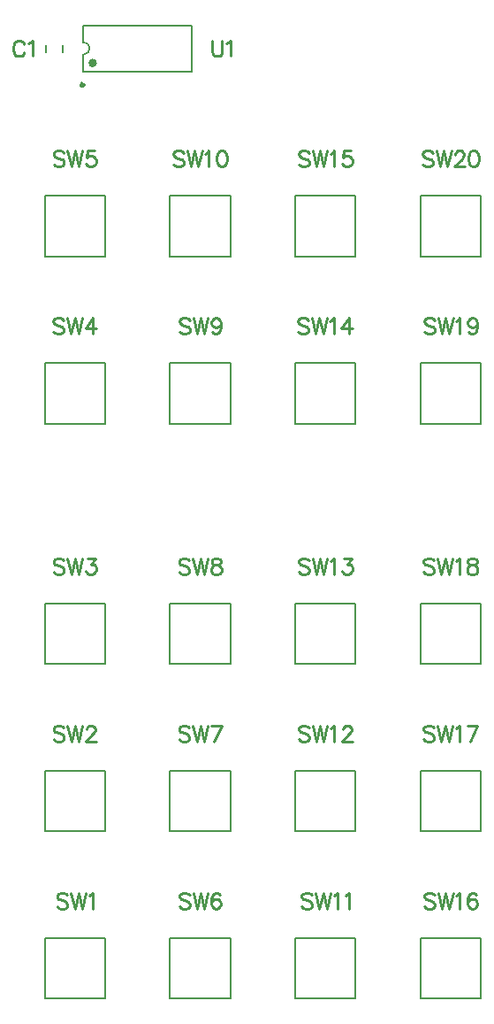
<source format=gbr>
%TF.GenerationSoftware,Altium Limited,Altium Designer,25.7.1 (20)*%
G04 Layer_Color=65535*
%FSLAX45Y45*%
%MOMM*%
%TF.SameCoordinates,F992C923-051B-4CFE-8532-EDB8D3AF3AE8*%
%TF.FilePolarity,Positive*%
%TF.FileFunction,Legend,Top*%
%TF.Part,Single*%
G01*
G75*
%TA.AperFunction,NonConductor*%
%ADD21C,0.30000*%
%ADD22C,0.40000*%
%ADD23C,0.20000*%
%ADD24C,0.25000*%
D21*
X11285000Y19850000D02*
G03*
X11285000Y19850000I-15000J0D01*
G01*
D22*
X11390000Y20060001D02*
G03*
X11390000Y20060001I-20000J0D01*
G01*
D23*
X11280000Y20139999D02*
G03*
X11280000Y20260001I0J60000D01*
G01*
Y19980000D02*
Y20139999D01*
Y20260001D02*
Y20420000D01*
X12320000D01*
X11280000Y19980000D02*
X12320000D01*
Y20420000D01*
X15089999Y18210001D02*
Y18789999D01*
X14510001Y18210001D02*
X15089999D01*
X14510001D02*
Y18789999D01*
X15089999D01*
Y16610001D02*
Y17189999D01*
X14510001Y16610001D02*
X15089999D01*
X14510001D02*
Y17189999D01*
X15089999D01*
Y14310001D02*
Y14889999D01*
X14510001Y14310001D02*
X15089999D01*
X14510001D02*
Y14889999D01*
X15089999D01*
Y12710000D02*
Y13289999D01*
X14510001Y12710000D02*
X15089999D01*
X14510001D02*
Y13289999D01*
X15089999D01*
Y11110000D02*
Y11690000D01*
X14510001Y11110000D02*
X15089999D01*
X14510001D02*
Y11690000D01*
X15089999D01*
X13889999Y18210001D02*
Y18789999D01*
X13310001Y18210001D02*
X13889999D01*
X13310001D02*
Y18789999D01*
X13889999D01*
Y16610001D02*
Y17189999D01*
X13310001Y16610001D02*
X13889999D01*
X13310001D02*
Y17189999D01*
X13889999D01*
Y14310001D02*
Y14889999D01*
X13310001Y14310001D02*
X13889999D01*
X13310001D02*
Y14889999D01*
X13889999D01*
Y12710000D02*
Y13289999D01*
X13310001Y12710000D02*
X13889999D01*
X13310001D02*
Y13289999D01*
X13889999D01*
Y11110000D02*
Y11690000D01*
X13310001Y11110000D02*
X13889999D01*
X13310001D02*
Y11690000D01*
X13889999D01*
X12690000Y18210001D02*
Y18789999D01*
X12110000Y18210001D02*
X12690000D01*
X12110000D02*
Y18789999D01*
X12690000D01*
X12690000Y16610001D02*
Y17189999D01*
X12110000Y16610001D02*
X12690000D01*
X12110000D02*
Y17189999D01*
X12690000D01*
Y14310001D02*
Y14889999D01*
X12110000Y14310001D02*
X12690000D01*
X12110000D02*
Y14889999D01*
X12690000D01*
X12690000Y12710000D02*
Y13289999D01*
X12110000Y12710000D02*
X12690000D01*
X12110000D02*
Y13289999D01*
X12690000D01*
Y11110000D02*
Y11690000D01*
X12110000Y11110000D02*
X12690000D01*
X12110000D02*
Y11690000D01*
X12690000D01*
X11490000Y18210001D02*
Y18789999D01*
X10910000Y18210001D02*
X11490000D01*
X10910000D02*
Y18789999D01*
X11490000D01*
Y16610001D02*
Y17189999D01*
X10910000Y16610001D02*
X11490000D01*
X10910000D02*
Y17189999D01*
X11490000D01*
Y14310001D02*
Y14889999D01*
X10910000Y14310001D02*
X11490000D01*
X10910000D02*
Y14889999D01*
X11490000D01*
Y12710000D02*
Y13289999D01*
X10910000Y12710000D02*
X11490000D01*
X10910000D02*
Y13289999D01*
X11490000D01*
Y11110000D02*
Y11690000D01*
X10910000Y11110000D02*
X11490000D01*
X10910000D02*
Y11690000D01*
X11490000D01*
X11080000Y20164999D02*
Y20235001D01*
X10920000Y20164999D02*
Y20235001D01*
D24*
X12511448Y20274985D02*
Y20167863D01*
X12518589Y20146440D01*
X12532872Y20132156D01*
X12554296Y20125015D01*
X12568578D01*
X12590002Y20132156D01*
X12604285Y20146440D01*
X12611426Y20167863D01*
Y20274985D01*
X12652846Y20246419D02*
X12667129Y20253560D01*
X12688552Y20274985D01*
Y20125015D01*
X12297058Y13699763D02*
X12282776Y13714046D01*
X12261352Y13721188D01*
X12232787D01*
X12211363Y13714046D01*
X12197080Y13699763D01*
Y13685481D01*
X12204221Y13671198D01*
X12211363Y13664056D01*
X12225645Y13656915D01*
X12268493Y13642633D01*
X12282776Y13635492D01*
X12289917Y13628351D01*
X12297058Y13614069D01*
Y13592644D01*
X12282776Y13578362D01*
X12261352Y13571220D01*
X12232787D01*
X12211363Y13578362D01*
X12197080Y13592644D01*
X12330623Y13721188D02*
X12366329Y13571220D01*
X12402036Y13721188D02*
X12366329Y13571220D01*
X12402036Y13721188D02*
X12437743Y13571220D01*
X12473449Y13721188D02*
X12437743Y13571220D01*
X12603421Y13721188D02*
X12532008Y13571220D01*
X12503443Y13721188D02*
X12603421D01*
X13442598Y19198865D02*
X13428316Y19213145D01*
X13406892Y19220288D01*
X13378326D01*
X13356903Y19213145D01*
X13342619Y19198865D01*
Y19184581D01*
X13349760Y19170297D01*
X13356903Y19163158D01*
X13371185Y19156017D01*
X13414034Y19141733D01*
X13428316Y19134592D01*
X13435457Y19127451D01*
X13442598Y19113168D01*
Y19091743D01*
X13428316Y19077461D01*
X13406892Y19070320D01*
X13378326D01*
X13356903Y19077461D01*
X13342619Y19091743D01*
X13476163Y19220288D02*
X13511868Y19070320D01*
X13547575Y19220288D02*
X13511868Y19070320D01*
X13547575Y19220288D02*
X13583282Y19070320D01*
X13618990Y19220288D02*
X13583282Y19070320D01*
X13648982Y19191724D02*
X13663266Y19198865D01*
X13684689Y19220288D01*
Y19070320D01*
X13844655Y19220288D02*
X13773242D01*
X13766100Y19156017D01*
X13773242Y19163158D01*
X13794666Y19170297D01*
X13816090D01*
X13837514Y19163158D01*
X13851797Y19148875D01*
X13858939Y19127451D01*
Y19113168D01*
X13851797Y19091743D01*
X13837514Y19077461D01*
X13816090Y19070320D01*
X13794666D01*
X13773242Y19077461D01*
X13766100Y19084602D01*
X13758958Y19098885D01*
X11095638Y19198865D02*
X11081356Y19213145D01*
X11059932Y19220288D01*
X11031367D01*
X11009943Y19213145D01*
X10995660Y19198865D01*
Y19184581D01*
X11002801Y19170297D01*
X11009943Y19163158D01*
X11024225Y19156017D01*
X11067073Y19141733D01*
X11081356Y19134592D01*
X11088497Y19127451D01*
X11095638Y19113168D01*
Y19091743D01*
X11081356Y19077461D01*
X11059932Y19070320D01*
X11031367D01*
X11009943Y19077461D01*
X10995660Y19091743D01*
X11129203Y19220288D02*
X11164909Y19070320D01*
X11200616Y19220288D02*
X11164909Y19070320D01*
X11200616Y19220288D02*
X11236323Y19070320D01*
X11272029Y19220288D02*
X11236323Y19070320D01*
X11387719Y19220288D02*
X11316306D01*
X11309164Y19156017D01*
X11316306Y19163158D01*
X11337729Y19170297D01*
X11359154D01*
X11380577Y19163158D01*
X11394860Y19148875D01*
X11402001Y19127451D01*
Y19113168D01*
X11394860Y19091743D01*
X11380577Y19077461D01*
X11359154Y19070320D01*
X11337729D01*
X11316306Y19077461D01*
X11309164Y19084602D01*
X11302023Y19098885D01*
X12299598Y17598663D02*
X12285316Y17612946D01*
X12263892Y17620088D01*
X12235327D01*
X12213903Y17612946D01*
X12199620Y17598663D01*
Y17584381D01*
X12206761Y17570097D01*
X12213903Y17562956D01*
X12228185Y17555817D01*
X12271033Y17541533D01*
X12285316Y17534392D01*
X12292457Y17527251D01*
X12299598Y17512968D01*
Y17491544D01*
X12285316Y17477261D01*
X12263892Y17470120D01*
X12235327D01*
X12213903Y17477261D01*
X12199620Y17491544D01*
X12333163Y17620088D02*
X12368869Y17470120D01*
X12404576Y17620088D02*
X12368869Y17470120D01*
X12404576Y17620088D02*
X12440283Y17470120D01*
X12475989Y17620088D02*
X12440283Y17470120D01*
X12598820Y17570097D02*
X12591679Y17548676D01*
X12577396Y17534392D01*
X12555972Y17527251D01*
X12548831D01*
X12527407Y17534392D01*
X12513124Y17548676D01*
X12505983Y17570097D01*
Y17577240D01*
X12513124Y17598663D01*
X12527407Y17612946D01*
X12548831Y17620088D01*
X12555972D01*
X12577396Y17612946D01*
X12591679Y17598663D01*
X12598820Y17570097D01*
Y17534392D01*
X12591679Y17498685D01*
X12577396Y17477261D01*
X12555972Y17470120D01*
X12541689D01*
X12520266Y17477261D01*
X12513124Y17491544D01*
X12297058Y15299963D02*
X12282776Y15314246D01*
X12261352Y15321388D01*
X12232787D01*
X12211363Y15314246D01*
X12197080Y15299963D01*
Y15285681D01*
X12204221Y15271397D01*
X12211363Y15264256D01*
X12225645Y15257117D01*
X12268493Y15242833D01*
X12282776Y15235692D01*
X12289917Y15228551D01*
X12297058Y15214268D01*
Y15192844D01*
X12282776Y15178561D01*
X12261352Y15171420D01*
X12232787D01*
X12211363Y15178561D01*
X12197080Y15192844D01*
X12330623Y15321388D02*
X12366329Y15171420D01*
X12402036Y15321388D02*
X12366329Y15171420D01*
X12402036Y15321388D02*
X12437743Y15171420D01*
X12473449Y15321388D02*
X12437743Y15171420D01*
X12539149Y15321388D02*
X12517726Y15314246D01*
X12510584Y15299963D01*
Y15285681D01*
X12517726Y15271397D01*
X12532008Y15264256D01*
X12560574Y15257117D01*
X12581997Y15249976D01*
X12596280Y15235692D01*
X12603421Y15221410D01*
Y15199985D01*
X12596280Y15185703D01*
X12589139Y15178561D01*
X12567715Y15171420D01*
X12539149D01*
X12517726Y15178561D01*
X12510584Y15185703D01*
X12503443Y15199985D01*
Y15221410D01*
X12510584Y15235692D01*
X12524867Y15249976D01*
X12546291Y15257117D01*
X12574856Y15264256D01*
X12589139Y15271397D01*
X12596280Y15285681D01*
Y15299963D01*
X12589139Y15314246D01*
X12567715Y15321388D01*
X12539149D01*
X12241178Y19198865D02*
X12226896Y19213145D01*
X12205472Y19220288D01*
X12176907D01*
X12155483Y19213145D01*
X12141200Y19198865D01*
Y19184581D01*
X12148341Y19170297D01*
X12155483Y19163158D01*
X12169765Y19156017D01*
X12212613Y19141733D01*
X12226896Y19134592D01*
X12234037Y19127451D01*
X12241178Y19113168D01*
Y19091743D01*
X12226896Y19077461D01*
X12205472Y19070320D01*
X12176907D01*
X12155483Y19077461D01*
X12141200Y19091743D01*
X12274743Y19220288D02*
X12310449Y19070320D01*
X12346156Y19220288D02*
X12310449Y19070320D01*
X12346156Y19220288D02*
X12381863Y19070320D01*
X12417569Y19220288D02*
X12381863Y19070320D01*
X12447563Y19191724D02*
X12461846Y19198865D01*
X12483269Y19220288D01*
Y19070320D01*
X12600387Y19220288D02*
X12578963Y19213145D01*
X12564680Y19191724D01*
X12557539Y19156017D01*
Y19134592D01*
X12564680Y19098885D01*
X12578963Y19077461D01*
X12600387Y19070320D01*
X12614670D01*
X12636094Y19077461D01*
X12650377Y19098885D01*
X12657518Y19134592D01*
Y19156017D01*
X12650377Y19191724D01*
X12636094Y19213145D01*
X12614670Y19220288D01*
X12600387D01*
X14628778Y19198865D02*
X14614496Y19213145D01*
X14593073Y19220288D01*
X14564507D01*
X14543083Y19213145D01*
X14528799Y19198865D01*
Y19184581D01*
X14535941Y19170297D01*
X14543083Y19163158D01*
X14557365Y19156017D01*
X14600214Y19141733D01*
X14614496Y19134592D01*
X14621637Y19127451D01*
X14628778Y19113168D01*
Y19091743D01*
X14614496Y19077461D01*
X14593073Y19070320D01*
X14564507D01*
X14543083Y19077461D01*
X14528799Y19091743D01*
X14662343Y19220288D02*
X14698048Y19070320D01*
X14733755Y19220288D02*
X14698048Y19070320D01*
X14733755Y19220288D02*
X14769463Y19070320D01*
X14805170Y19220288D02*
X14769463Y19070320D01*
X14842303Y19184581D02*
Y19191724D01*
X14849446Y19206004D01*
X14856587Y19213145D01*
X14870869Y19220288D01*
X14899435D01*
X14913718Y19213145D01*
X14920859Y19206004D01*
X14928000Y19191724D01*
Y19177440D01*
X14920859Y19163158D01*
X14906577Y19141733D01*
X14835162Y19070320D01*
X14935141D01*
X15011554Y19220288D02*
X14990131Y19213145D01*
X14975847Y19191724D01*
X14968706Y19156017D01*
Y19134592D01*
X14975847Y19098885D01*
X14990131Y19077461D01*
X15011554Y19070320D01*
X15025836D01*
X15047260Y19077461D01*
X15061543Y19098885D01*
X15068684Y19134592D01*
Y19156017D01*
X15061543Y19191724D01*
X15047260Y19213145D01*
X15025836Y19220288D01*
X15011554D01*
X13437518Y17598663D02*
X13423236Y17612946D01*
X13401813Y17620088D01*
X13373247D01*
X13351823Y17612946D01*
X13337540Y17598663D01*
Y17584381D01*
X13344681Y17570097D01*
X13351823Y17562956D01*
X13366106Y17555817D01*
X13408952Y17541533D01*
X13423236Y17534392D01*
X13430377Y17527251D01*
X13437518Y17512968D01*
Y17491544D01*
X13423236Y17477261D01*
X13401813Y17470120D01*
X13373247D01*
X13351823Y17477261D01*
X13337540Y17491544D01*
X13471083Y17620088D02*
X13506789Y17470120D01*
X13542496Y17620088D02*
X13506789Y17470120D01*
X13542496Y17620088D02*
X13578203Y17470120D01*
X13613908Y17620088D02*
X13578203Y17470120D01*
X13643903Y17591524D02*
X13658186Y17598663D01*
X13679610Y17620088D01*
Y17470120D01*
X13825293Y17620088D02*
X13753879Y17520110D01*
X13860999D01*
X13825293Y17620088D02*
Y17470120D01*
X11093098Y17598663D02*
X11078816Y17612946D01*
X11057392Y17620088D01*
X11028827D01*
X11007403Y17612946D01*
X10993120Y17598663D01*
Y17584381D01*
X11000261Y17570097D01*
X11007403Y17562956D01*
X11021685Y17555817D01*
X11064533Y17541533D01*
X11078816Y17534392D01*
X11085957Y17527251D01*
X11093098Y17512968D01*
Y17491544D01*
X11078816Y17477261D01*
X11057392Y17470120D01*
X11028827D01*
X11007403Y17477261D01*
X10993120Y17491544D01*
X11126663Y17620088D02*
X11162369Y17470120D01*
X11198076Y17620088D02*
X11162369Y17470120D01*
X11198076Y17620088D02*
X11233783Y17470120D01*
X11269489Y17620088D02*
X11233783Y17470120D01*
X11370896Y17620088D02*
X11299483Y17520110D01*
X11406603D01*
X11370896Y17620088D02*
Y17470120D01*
X14646558Y17598663D02*
X14632275Y17612946D01*
X14610852Y17620088D01*
X14582288D01*
X14560863Y17612946D01*
X14546581Y17598663D01*
Y17584381D01*
X14553722Y17570097D01*
X14560863Y17562956D01*
X14575145Y17555817D01*
X14617993Y17541533D01*
X14632275Y17534392D01*
X14639417Y17527251D01*
X14646558Y17512968D01*
Y17491544D01*
X14632275Y17477261D01*
X14610852Y17470120D01*
X14582288D01*
X14560863Y17477261D01*
X14546581Y17491544D01*
X14680122Y17620088D02*
X14715829Y17470120D01*
X14751537Y17620088D02*
X14715829Y17470120D01*
X14751537Y17620088D02*
X14787244Y17470120D01*
X14822949Y17620088D02*
X14787244Y17470120D01*
X14852943Y17591524D02*
X14867226Y17598663D01*
X14888649Y17620088D01*
Y17470120D01*
X15055757Y17570097D02*
X15048615Y17548676D01*
X15034332Y17534392D01*
X15012909Y17527251D01*
X15005766D01*
X14984343Y17534392D01*
X14970061Y17548676D01*
X14962920Y17570097D01*
Y17577240D01*
X14970061Y17598663D01*
X14984343Y17612946D01*
X15005766Y17620088D01*
X15012909D01*
X15034332Y17612946D01*
X15048615Y17598663D01*
X15055757Y17570097D01*
Y17534392D01*
X15048615Y17498685D01*
X15034332Y17477261D01*
X15012909Y17470120D01*
X14998627D01*
X14977202Y17477261D01*
X14970061Y17491544D01*
X13442598Y13699763D02*
X13428316Y13714046D01*
X13406892Y13721188D01*
X13378326D01*
X13356903Y13714046D01*
X13342619Y13699763D01*
Y13685481D01*
X13349760Y13671198D01*
X13356903Y13664056D01*
X13371185Y13656915D01*
X13414034Y13642633D01*
X13428316Y13635492D01*
X13435457Y13628351D01*
X13442598Y13614069D01*
Y13592644D01*
X13428316Y13578362D01*
X13406892Y13571220D01*
X13378326D01*
X13356903Y13578362D01*
X13342619Y13592644D01*
X13476163Y13721188D02*
X13511868Y13571220D01*
X13547575Y13721188D02*
X13511868Y13571220D01*
X13547575Y13721188D02*
X13583282Y13571220D01*
X13618990Y13721188D02*
X13583282Y13571220D01*
X13648982Y13692622D02*
X13663266Y13699763D01*
X13684689Y13721188D01*
Y13571220D01*
X13766100Y13685481D02*
Y13692622D01*
X13773242Y13706905D01*
X13780383Y13714046D01*
X13794666Y13721188D01*
X13823232D01*
X13837514Y13714046D01*
X13844655Y13706905D01*
X13851797Y13692622D01*
Y13678340D01*
X13844655Y13664056D01*
X13830373Y13642633D01*
X13758958Y13571220D01*
X13858939D01*
X14641478Y15299963D02*
X14627196Y15314246D01*
X14605772Y15321388D01*
X14577206D01*
X14555783Y15314246D01*
X14541499Y15299963D01*
Y15285681D01*
X14548640Y15271397D01*
X14555783Y15264256D01*
X14570065Y15257117D01*
X14612914Y15242833D01*
X14627196Y15235692D01*
X14634337Y15228551D01*
X14641478Y15214268D01*
Y15192844D01*
X14627196Y15178561D01*
X14605772Y15171420D01*
X14577206D01*
X14555783Y15178561D01*
X14541499Y15192844D01*
X14675043Y15321388D02*
X14710748Y15171420D01*
X14746455Y15321388D02*
X14710748Y15171420D01*
X14746455Y15321388D02*
X14782162Y15171420D01*
X14817870Y15321388D02*
X14782162Y15171420D01*
X14847862Y15292822D02*
X14862146Y15299963D01*
X14883569Y15321388D01*
Y15171420D01*
X14993546Y15321388D02*
X14972122Y15314246D01*
X14964980Y15299963D01*
Y15285681D01*
X14972122Y15271397D01*
X14986404Y15264256D01*
X15014970Y15257117D01*
X15036394Y15249976D01*
X15050677Y15235692D01*
X15057819Y15221410D01*
Y15199985D01*
X15050677Y15185703D01*
X15043535Y15178561D01*
X15022112Y15171420D01*
X14993546D01*
X14972122Y15178561D01*
X14964980Y15185703D01*
X14957838Y15199985D01*
Y15221410D01*
X14964980Y15235692D01*
X14979263Y15249976D01*
X15000687Y15257117D01*
X15029253Y15264256D01*
X15043535Y15271397D01*
X15050677Y15285681D01*
Y15299963D01*
X15043535Y15314246D01*
X15022112Y15321388D01*
X14993546D01*
X11095638Y15299963D02*
X11081356Y15314246D01*
X11059932Y15321388D01*
X11031367D01*
X11009943Y15314246D01*
X10995660Y15299963D01*
Y15285681D01*
X11002801Y15271397D01*
X11009943Y15264256D01*
X11024225Y15257117D01*
X11067073Y15242833D01*
X11081356Y15235692D01*
X11088497Y15228551D01*
X11095638Y15214268D01*
Y15192844D01*
X11081356Y15178561D01*
X11059932Y15171420D01*
X11031367D01*
X11009943Y15178561D01*
X10995660Y15192844D01*
X11129203Y15321388D02*
X11164909Y15171420D01*
X11200616Y15321388D02*
X11164909Y15171420D01*
X11200616Y15321388D02*
X11236323Y15171420D01*
X11272029Y15321388D02*
X11236323Y15171420D01*
X11316306Y15321388D02*
X11394860D01*
X11352012Y15264256D01*
X11373436D01*
X11387719Y15257117D01*
X11394860Y15249976D01*
X11402001Y15228551D01*
Y15214268D01*
X11394860Y15192844D01*
X11380577Y15178561D01*
X11359154Y15171420D01*
X11337729D01*
X11316306Y15178561D01*
X11309164Y15185703D01*
X11302023Y15199985D01*
X14641478Y13699763D02*
X14627196Y13714046D01*
X14605772Y13721188D01*
X14577206D01*
X14555783Y13714046D01*
X14541499Y13699763D01*
Y13685481D01*
X14548640Y13671198D01*
X14555783Y13664056D01*
X14570065Y13656915D01*
X14612914Y13642633D01*
X14627196Y13635492D01*
X14634337Y13628351D01*
X14641478Y13614069D01*
Y13592644D01*
X14627196Y13578362D01*
X14605772Y13571220D01*
X14577206D01*
X14555783Y13578362D01*
X14541499Y13592644D01*
X14675043Y13721188D02*
X14710748Y13571220D01*
X14746455Y13721188D02*
X14710748Y13571220D01*
X14746455Y13721188D02*
X14782162Y13571220D01*
X14817870Y13721188D02*
X14782162Y13571220D01*
X14847862Y13692622D02*
X14862146Y13699763D01*
X14883569Y13721188D01*
Y13571220D01*
X15057819Y13721188D02*
X14986404Y13571220D01*
X14957838Y13721188D02*
X15057819D01*
X12299598Y12099564D02*
X12285316Y12113846D01*
X12263892Y12120988D01*
X12235327D01*
X12213903Y12113846D01*
X12199620Y12099564D01*
Y12085281D01*
X12206761Y12070998D01*
X12213903Y12063857D01*
X12228185Y12056716D01*
X12271033Y12042433D01*
X12285316Y12035292D01*
X12292457Y12028151D01*
X12299598Y12013868D01*
Y11992444D01*
X12285316Y11978161D01*
X12263892Y11971020D01*
X12235327D01*
X12213903Y11978161D01*
X12199620Y11992444D01*
X12333163Y12120988D02*
X12368869Y11971020D01*
X12404576Y12120988D02*
X12368869Y11971020D01*
X12404576Y12120988D02*
X12440283Y11971020D01*
X12475989Y12120988D02*
X12440283Y11971020D01*
X12591679Y12099564D02*
X12584537Y12113846D01*
X12563114Y12120988D01*
X12548831D01*
X12527407Y12113846D01*
X12513124Y12092423D01*
X12505983Y12056716D01*
Y12021009D01*
X12513124Y11992444D01*
X12527407Y11978161D01*
X12548831Y11971020D01*
X12555972D01*
X12577396Y11978161D01*
X12591679Y11992444D01*
X12598820Y12013868D01*
Y12021009D01*
X12591679Y12042433D01*
X12577396Y12056716D01*
X12555972Y12063857D01*
X12548831D01*
X12527407Y12056716D01*
X12513124Y12042433D01*
X12505983Y12021009D01*
X14646558Y12099564D02*
X14632275Y12113846D01*
X14610852Y12120988D01*
X14582288D01*
X14560863Y12113846D01*
X14546581Y12099564D01*
Y12085281D01*
X14553722Y12070998D01*
X14560863Y12063857D01*
X14575145Y12056716D01*
X14617993Y12042433D01*
X14632275Y12035292D01*
X14639417Y12028151D01*
X14646558Y12013868D01*
Y11992444D01*
X14632275Y11978161D01*
X14610852Y11971020D01*
X14582288D01*
X14560863Y11978161D01*
X14546581Y11992444D01*
X14680122Y12120988D02*
X14715829Y11971020D01*
X14751537Y12120988D02*
X14715829Y11971020D01*
X14751537Y12120988D02*
X14787244Y11971020D01*
X14822949Y12120988D02*
X14787244Y11971020D01*
X14852943Y12092423D02*
X14867226Y12099564D01*
X14888649Y12120988D01*
Y11971020D01*
X15048615Y12099564D02*
X15041473Y12113846D01*
X15020050Y12120988D01*
X15005766D01*
X14984343Y12113846D01*
X14970061Y12092423D01*
X14962920Y12056716D01*
Y12021009D01*
X14970061Y11992444D01*
X14984343Y11978161D01*
X15005766Y11971020D01*
X15012909D01*
X15034332Y11978161D01*
X15048615Y11992444D01*
X15055757Y12013868D01*
Y12021009D01*
X15048615Y12042433D01*
X15034332Y12056716D01*
X15012909Y12063857D01*
X15005766D01*
X14984343Y12056716D01*
X14970061Y12042433D01*
X14962920Y12021009D01*
X13473077Y12099564D02*
X13458797Y12113846D01*
X13437372Y12120988D01*
X13408807D01*
X13387383Y12113846D01*
X13373100Y12099564D01*
Y12085281D01*
X13380241Y12070998D01*
X13387383Y12063857D01*
X13401665Y12056716D01*
X13444513Y12042433D01*
X13458797Y12035292D01*
X13465936Y12028151D01*
X13473077Y12013868D01*
Y11992444D01*
X13458797Y11978161D01*
X13437372Y11971020D01*
X13408807D01*
X13387383Y11978161D01*
X13373100Y11992444D01*
X13506644Y12120988D02*
X13542349Y11971020D01*
X13578056Y12120988D02*
X13542349Y11971020D01*
X13578056Y12120988D02*
X13613763Y11971020D01*
X13649469Y12120988D02*
X13613763Y11971020D01*
X13679463Y12092423D02*
X13693745Y12099564D01*
X13715169Y12120988D01*
Y11971020D01*
X13789439Y12092423D02*
X13803722Y12099564D01*
X13825146Y12120988D01*
Y11971020D01*
X11128658Y12099564D02*
X11114376Y12113846D01*
X11092952Y12120988D01*
X11064387D01*
X11042963Y12113846D01*
X11028680Y12099564D01*
Y12085281D01*
X11035821Y12070998D01*
X11042963Y12063857D01*
X11057245Y12056716D01*
X11100093Y12042433D01*
X11114376Y12035292D01*
X11121517Y12028151D01*
X11128658Y12013868D01*
Y11992444D01*
X11114376Y11978161D01*
X11092952Y11971020D01*
X11064387D01*
X11042963Y11978161D01*
X11028680Y11992444D01*
X11162223Y12120988D02*
X11197929Y11971020D01*
X11233636Y12120988D02*
X11197929Y11971020D01*
X11233636Y12120988D02*
X11269343Y11971020D01*
X11305049Y12120988D02*
X11269343Y11971020D01*
X11335043Y12092423D02*
X11349326Y12099564D01*
X11370749Y12120988D01*
Y11971020D01*
X13442598Y15299963D02*
X13428316Y15314246D01*
X13406892Y15321388D01*
X13378326D01*
X13356903Y15314246D01*
X13342619Y15299963D01*
Y15285681D01*
X13349760Y15271397D01*
X13356903Y15264256D01*
X13371185Y15257117D01*
X13414034Y15242833D01*
X13428316Y15235692D01*
X13435457Y15228551D01*
X13442598Y15214268D01*
Y15192844D01*
X13428316Y15178561D01*
X13406892Y15171420D01*
X13378326D01*
X13356903Y15178561D01*
X13342619Y15192844D01*
X13476163Y15321388D02*
X13511868Y15171420D01*
X13547575Y15321388D02*
X13511868Y15171420D01*
X13547575Y15321388D02*
X13583282Y15171420D01*
X13618990Y15321388D02*
X13583282Y15171420D01*
X13648982Y15292822D02*
X13663266Y15299963D01*
X13684689Y15321388D01*
Y15171420D01*
X13773242Y15321388D02*
X13851797D01*
X13808949Y15264256D01*
X13830373D01*
X13844655Y15257117D01*
X13851797Y15249976D01*
X13858939Y15228551D01*
Y15214268D01*
X13851797Y15192844D01*
X13837514Y15178561D01*
X13816090Y15171420D01*
X13794666D01*
X13773242Y15178561D01*
X13766100Y15185703D01*
X13758958Y15199985D01*
X11095638Y13699763D02*
X11081356Y13714046D01*
X11059932Y13721188D01*
X11031367D01*
X11009943Y13714046D01*
X10995660Y13699763D01*
Y13685481D01*
X11002801Y13671198D01*
X11009943Y13664056D01*
X11024225Y13656915D01*
X11067073Y13642633D01*
X11081356Y13635492D01*
X11088497Y13628351D01*
X11095638Y13614069D01*
Y13592644D01*
X11081356Y13578362D01*
X11059932Y13571220D01*
X11031367D01*
X11009943Y13578362D01*
X10995660Y13592644D01*
X11129203Y13721188D02*
X11164909Y13571220D01*
X11200616Y13721188D02*
X11164909Y13571220D01*
X11200616Y13721188D02*
X11236323Y13571220D01*
X11272029Y13721188D02*
X11236323Y13571220D01*
X11309164Y13685481D02*
Y13692622D01*
X11316306Y13706905D01*
X11323447Y13714046D01*
X11337729Y13721188D01*
X11366295D01*
X11380577Y13714046D01*
X11387719Y13706905D01*
X11394860Y13692622D01*
Y13678340D01*
X11387719Y13664056D01*
X11373436Y13642633D01*
X11302023Y13571220D01*
X11402001D01*
X10714640Y20239278D02*
X10707498Y20253560D01*
X10693216Y20267844D01*
X10678933Y20274985D01*
X10650368D01*
X10636085Y20267844D01*
X10621802Y20253560D01*
X10614661Y20239278D01*
X10607520Y20217853D01*
Y20182147D01*
X10614661Y20160722D01*
X10621802Y20146440D01*
X10636085Y20132156D01*
X10650368Y20125015D01*
X10678933D01*
X10693216Y20132156D01*
X10707498Y20146440D01*
X10714640Y20160722D01*
X10756774Y20246419D02*
X10771056Y20253560D01*
X10792480Y20274985D01*
Y20125015D01*
%TF.MD5,1cc2380812fa1290cbaaa1359bba14c0*%
M02*

</source>
